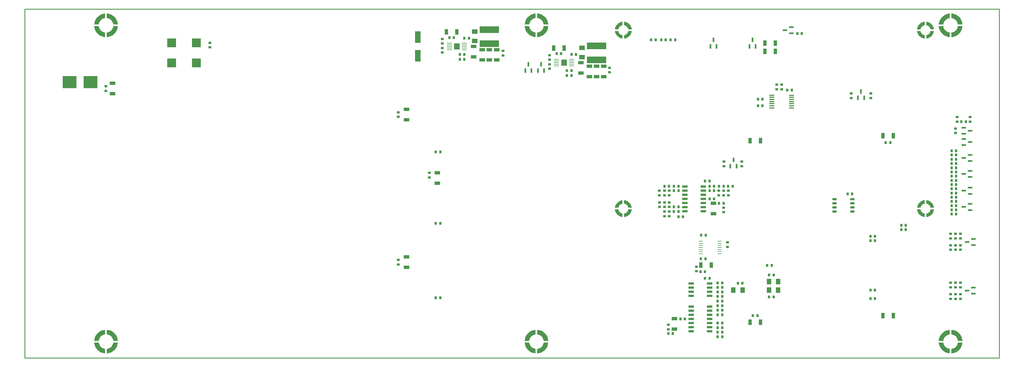
<source format=gtp>
G04 Layer_Color=10723209*
%FSLAX43Y43*%
%MOMM*%
G71*
G01*
G75*
%ADD10R,2.700X2.700*%
%ADD12R,6.000X2.000*%
%ADD13R,0.600X1.350*%
%ADD14O,1.450X0.650*%
%ADD15R,1.800X1.340*%
%ADD16R,0.800X0.900*%
%ADD18R,4.240X3.810*%
%ADD19R,1.800X3.550*%
G04:AMPARAMS|DCode=21|XSize=0.65mm|YSize=1.65mm|CornerRadius=0.049mm|HoleSize=0mm|Usage=FLASHONLY|Rotation=90.000|XOffset=0mm|YOffset=0mm|HoleType=Round|Shape=RoundedRectangle|*
%AMROUNDEDRECTD21*
21,1,0.650,1.552,0,0,90.0*
21,1,0.552,1.650,0,0,90.0*
1,1,0.098,0.776,0.276*
1,1,0.098,0.776,-0.276*
1,1,0.098,-0.776,-0.276*
1,1,0.098,-0.776,0.276*
%
%ADD21ROUNDEDRECTD21*%
%ADD22R,1.700X1.000*%
%ADD23R,0.900X0.800*%
G04:AMPARAMS|DCode=25|XSize=1.73mm|YSize=1.9mm|CornerRadius=0.052mm|HoleSize=0mm|Usage=FLASHONLY|Rotation=0.000|XOffset=0mm|YOffset=0mm|HoleType=Round|Shape=RoundedRectangle|*
%AMROUNDEDRECTD25*
21,1,1.730,1.796,0,0,0.0*
21,1,1.626,1.900,0,0,0.0*
1,1,0.104,0.813,-0.898*
1,1,0.104,-0.813,-0.898*
1,1,0.104,-0.813,0.898*
1,1,0.104,0.813,0.898*
%
%ADD25ROUNDEDRECTD25*%
%ADD26R,1.350X0.600*%
%ADD27R,1.340X1.800*%
%ADD28R,1.000X1.700*%
%ADD36C,0.254*%
%ADD74O,1.300X0.250*%
G04:AMPARAMS|DCode=75|XSize=0.35mm|YSize=1.5mm|CornerRadius=0mm|HoleSize=0mm|Usage=FLASHONLY|Rotation=90.000|XOffset=0mm|YOffset=0mm|HoleType=Round|Shape=RoundedRectangle|*
%AMROUNDEDRECTD75*
21,1,0.350,1.500,0,0,90.0*
21,1,0.350,1.500,0,0,90.0*
1,1,0.000,0.750,0.175*
1,1,0.000,0.750,-0.175*
1,1,0.000,-0.750,-0.175*
1,1,0.000,-0.750,0.175*
%
%ADD75ROUNDEDRECTD75*%
G04:AMPARAMS|DCode=76|XSize=0.2mm|YSize=1.45mm|CornerRadius=0mm|HoleSize=0mm|Usage=FLASHONLY|Rotation=90.000|XOffset=0mm|YOffset=0mm|HoleType=Round|Shape=RoundedRectangle|*
%AMROUNDEDRECTD76*
21,1,0.200,1.450,0,0,90.0*
21,1,0.200,1.450,0,0,90.0*
1,1,0.000,0.725,0.100*
1,1,0.000,0.725,-0.100*
1,1,0.000,-0.725,-0.100*
1,1,0.000,-0.725,0.100*
%
%ADD76ROUNDEDRECTD76*%
G36*
X186838Y45750D02*
X186816Y45527D01*
X186697Y45094D01*
X186506Y44688D01*
X186247Y44320D01*
X185930Y44003D01*
X185562Y43744D01*
X185156Y43553D01*
X184723Y43434D01*
X184500Y43412D01*
X184500D01*
Y44471D01*
X184500Y44470D01*
X184618Y44494D01*
X184848Y44570D01*
X185062Y44680D01*
X185257Y44822D01*
X185428Y44993D01*
X185570Y45188D01*
X185680Y45402D01*
X185756Y45632D01*
X185780Y45750D01*
Y45750D01*
Y45750D01*
X186838Y45750D01*
D02*
G37*
G36*
X279858D02*
X279836Y45527D01*
X279717Y45094D01*
X279526Y44688D01*
X279267Y44320D01*
X278950Y44003D01*
X278582Y43744D01*
X278176Y43553D01*
X277743Y43434D01*
X277520Y43412D01*
X277520D01*
Y44471D01*
X277520Y44470D01*
X277638Y44494D01*
X277868Y44570D01*
X278082Y44680D01*
X278277Y44822D01*
X278448Y44993D01*
X278590Y45188D01*
X278700Y45402D01*
X278776Y45632D01*
X278800Y45750D01*
Y45750D01*
Y45750D01*
X279858Y45750D01*
D02*
G37*
G36*
X275740Y45750D02*
X275764Y45632D01*
X275840Y45402D01*
X275950Y45188D01*
X276092Y44993D01*
X276263Y44822D01*
X276458Y44680D01*
X276672Y44570D01*
X276902Y44494D01*
X277020Y44470D01*
X277020Y44470D01*
X277020D01*
X277020Y43412D01*
X276797Y43434D01*
X276364Y43553D01*
X275957Y43744D01*
X275590Y44003D01*
X275273Y44320D01*
X275014Y44688D01*
X274823Y45094D01*
X274704Y45527D01*
X274682Y45750D01*
Y45750D01*
X275741D01*
X275740Y45750D01*
D02*
G37*
G36*
X157250Y8641D02*
Y7236D01*
X157250D01*
Y7236D01*
X157063Y7207D01*
X156699Y7103D01*
X156358Y6938D01*
X156049Y6719D01*
X155781Y6452D01*
X155562Y6143D01*
X155398Y5801D01*
X155293Y5437D01*
X155264Y5250D01*
Y5250D01*
X153859D01*
X153874Y5468D01*
X153955Y5897D01*
X154087Y6313D01*
X154268Y6710D01*
X154495Y7083D01*
X154765Y7427D01*
X155074Y7735D01*
X155417Y8005D01*
X155790Y8232D01*
X156187Y8413D01*
X156603Y8545D01*
X157032Y8626D01*
X157250Y8641D01*
D01*
X157250D01*
X157250D01*
D02*
G37*
G36*
X182720Y45750D02*
X182744Y45632D01*
X182820Y45402D01*
X182930Y45188D01*
X183072Y44993D01*
X183243Y44822D01*
X183438Y44680D01*
X183652Y44570D01*
X183882Y44494D01*
X184000Y44470D01*
X184000Y44470D01*
X184000D01*
X184000Y43412D01*
X183777Y43434D01*
X183344Y43553D01*
X182938Y43744D01*
X182570Y44003D01*
X182253Y44320D01*
X181994Y44688D01*
X181803Y45094D01*
X181684Y45527D01*
X181662Y45750D01*
Y45750D01*
X182721D01*
X182720Y45750D01*
D02*
G37*
G36*
X277020Y47529D02*
X277020Y47530D01*
X276902Y47506D01*
X276672Y47430D01*
X276458Y47320D01*
X276263Y47178D01*
X276092Y47007D01*
X275950Y46812D01*
X275840Y46598D01*
X275764Y46368D01*
X275740Y46250D01*
X275740D01*
Y46250D01*
X274682D01*
X274704Y46473D01*
X274823Y46906D01*
X275014Y47312D01*
X275273Y47680D01*
X275590Y47997D01*
X275957Y48256D01*
X276364Y48447D01*
X276797Y48566D01*
X277020Y48588D01*
Y48588D01*
X277020D01*
Y47529D01*
D02*
G37*
G36*
X182720Y100750D02*
X182744Y100632D01*
X182820Y100402D01*
X182930Y100188D01*
X183072Y99993D01*
X183243Y99822D01*
X183438Y99680D01*
X183652Y99570D01*
X183882Y99494D01*
X184000Y99470D01*
X184000Y99470D01*
X184000D01*
X184000Y98412D01*
X183777Y98434D01*
X183344Y98553D01*
X182938Y98744D01*
X182570Y99003D01*
X182253Y99320D01*
X181994Y99687D01*
X181803Y100094D01*
X181684Y100527D01*
X181662Y100750D01*
Y100750D01*
X182721D01*
X182720Y100750D01*
D02*
G37*
G36*
X184000Y47529D02*
X184000Y47530D01*
X183882Y47506D01*
X183652Y47430D01*
X183438Y47320D01*
X183243Y47178D01*
X183072Y47007D01*
X182930Y46812D01*
X182820Y46598D01*
X182744Y46368D01*
X182720Y46250D01*
X182720D01*
Y46250D01*
X181662D01*
X181684Y46473D01*
X181803Y46906D01*
X181994Y47312D01*
X182253Y47680D01*
X182570Y47997D01*
X182938Y48256D01*
X183344Y48447D01*
X183777Y48566D01*
X184000Y48588D01*
Y48588D01*
X184000D01*
Y47529D01*
D02*
G37*
G36*
X184723Y48566D02*
X185156Y48447D01*
X185562Y48256D01*
X185930Y47997D01*
X186247Y47680D01*
X186506Y47312D01*
X186697Y46906D01*
X186816Y46473D01*
X186838Y46250D01*
X186838Y46250D01*
Y46250D01*
X185779D01*
X185780Y46250D01*
X185756Y46368D01*
X185680Y46598D01*
X185570Y46812D01*
X185428Y47007D01*
X185257Y47178D01*
X185062Y47320D01*
X184848Y47430D01*
X184618Y47506D01*
X184500Y47530D01*
X184500D01*
Y48588D01*
X184723Y48566D01*
D02*
G37*
G36*
X277743D02*
X278176Y48447D01*
X278582Y48256D01*
X278950Y47997D01*
X279267Y47680D01*
X279526Y47312D01*
X279717Y46906D01*
X279836Y46473D01*
X279858Y46250D01*
X279858Y46250D01*
Y46250D01*
X278799D01*
X278800Y46250D01*
X278776Y46368D01*
X278700Y46598D01*
X278590Y46812D01*
X278448Y47007D01*
X278277Y47178D01*
X278082Y47320D01*
X277868Y47430D01*
X277638Y47506D01*
X277520Y47530D01*
X277520D01*
Y48588D01*
X277743Y48566D01*
D02*
G37*
G36*
X157968Y8626D02*
X158397Y8545D01*
X158813Y8413D01*
X159210Y8232D01*
X159583Y8005D01*
X159927Y7735D01*
X160235Y7426D01*
X160505Y7083D01*
X160732Y6710D01*
X160913Y6313D01*
X161045Y5897D01*
X161126Y5468D01*
X161141Y5250D01*
D01*
Y5250D01*
Y5250D01*
X159736D01*
Y5250D01*
X159736Y5250D01*
X159707Y5437D01*
X159603Y5801D01*
X159438Y6142D01*
X159219Y6451D01*
X158952Y6719D01*
X158643Y6938D01*
X158301Y7102D01*
X157937Y7207D01*
X157750Y7236D01*
X157750Y7236D01*
Y8641D01*
X157968Y8626D01*
D02*
G37*
G36*
X22793Y4563D02*
X22897Y4199D01*
X23062Y3858D01*
X23281Y3549D01*
X23548Y3281D01*
X23857Y3062D01*
X24199Y2898D01*
X24563Y2793D01*
X24750Y2764D01*
X24750D01*
Y1359D01*
X24750Y1359D01*
X24532Y1374D01*
X24103Y1455D01*
X23687Y1587D01*
X23290Y1768D01*
X22917Y1995D01*
X22573Y2265D01*
X22265Y2573D01*
X21995Y2917D01*
X21768Y3290D01*
X21587Y3687D01*
X21455Y4103D01*
X21374Y4532D01*
X21359Y4750D01*
X21359Y4750D01*
X22764D01*
Y4750D01*
X22793Y4563D01*
D02*
G37*
G36*
X282793D02*
X282897Y4199D01*
X283062Y3858D01*
X283281Y3549D01*
X283548Y3281D01*
X283857Y3062D01*
X284199Y2898D01*
X284563Y2793D01*
X284750Y2764D01*
X284750D01*
Y1359D01*
X284750Y1359D01*
X284532Y1374D01*
X284103Y1455D01*
X283687Y1587D01*
X283290Y1768D01*
X282917Y1995D01*
X282573Y2265D01*
X282265Y2573D01*
X281995Y2917D01*
X281768Y3290D01*
X281587Y3687D01*
X281455Y4103D01*
X281374Y4532D01*
X281359Y4750D01*
X281359Y4750D01*
X282764D01*
Y4750D01*
X282793Y4563D01*
D02*
G37*
G36*
X161141Y4750D02*
X161126Y4532D01*
X161045Y4103D01*
X160913Y3687D01*
X160732Y3290D01*
X160505Y2917D01*
X160235Y2573D01*
X159926Y2265D01*
X159583Y1995D01*
X159210Y1768D01*
X158813Y1587D01*
X158397Y1455D01*
X157968Y1374D01*
X157750Y1359D01*
X157750Y1359D01*
Y2764D01*
X157750D01*
X157937Y2793D01*
X158301Y2897D01*
X158642Y3062D01*
X158951Y3281D01*
X159219Y3548D01*
X159438Y3857D01*
X159602Y4199D01*
X159707Y4563D01*
X159736Y4750D01*
X159736Y4750D01*
X161141D01*
Y4750D01*
D02*
G37*
G36*
X28641Y4750D02*
X28626Y4532D01*
X28545Y4103D01*
X28413Y3687D01*
X28232Y3290D01*
X28005Y2917D01*
X27735Y2573D01*
X27427Y2265D01*
X27083Y1995D01*
X26710Y1768D01*
X26313Y1587D01*
X25897Y1455D01*
X25468Y1373D01*
X25250Y1359D01*
X25250Y1359D01*
Y2764D01*
X25250D01*
X25437Y2793D01*
X25801Y2897D01*
X26142Y3062D01*
X26451Y3281D01*
X26719Y3548D01*
X26938Y3857D01*
X27102Y4199D01*
X27207Y4563D01*
X27236Y4750D01*
X27236Y4750D01*
X28641D01*
Y4750D01*
D02*
G37*
G36*
X288641D02*
X288626Y4532D01*
X288545Y4103D01*
X288413Y3687D01*
X288232Y3290D01*
X288005Y2917D01*
X287735Y2573D01*
X287427Y2265D01*
X287083Y1995D01*
X286710Y1768D01*
X286313Y1587D01*
X285897Y1455D01*
X285468Y1373D01*
X285250Y1359D01*
X285250Y1359D01*
Y2764D01*
X285250D01*
X285437Y2793D01*
X285801Y2897D01*
X286142Y3062D01*
X286451Y3281D01*
X286719Y3548D01*
X286938Y3857D01*
X287102Y4199D01*
X287207Y4563D01*
X287236Y4750D01*
X287236Y4750D01*
X288641D01*
Y4750D01*
D02*
G37*
G36*
X24750Y8641D02*
Y7236D01*
X24750D01*
Y7236D01*
X24563Y7207D01*
X24199Y7102D01*
X23858Y6938D01*
X23549Y6719D01*
X23281Y6452D01*
X23062Y6143D01*
X22898Y5801D01*
X22793Y5437D01*
X22764Y5250D01*
Y5250D01*
X21359D01*
X21374Y5468D01*
X21455Y5897D01*
X21587Y6313D01*
X21768Y6710D01*
X21995Y7083D01*
X22265Y7427D01*
X22573Y7735D01*
X22917Y8005D01*
X23290Y8232D01*
X23687Y8413D01*
X24103Y8545D01*
X24532Y8626D01*
X24750Y8641D01*
D01*
X24750D01*
X24750D01*
D02*
G37*
G36*
X284750D02*
Y7236D01*
X284750D01*
Y7236D01*
X284563Y7207D01*
X284199Y7102D01*
X283858Y6938D01*
X283549Y6719D01*
X283281Y6452D01*
X283062Y6143D01*
X282898Y5801D01*
X282793Y5437D01*
X282764Y5250D01*
Y5250D01*
X281359D01*
X281374Y5468D01*
X281455Y5897D01*
X281587Y6313D01*
X281768Y6710D01*
X281995Y7083D01*
X282265Y7427D01*
X282573Y7735D01*
X282917Y8005D01*
X283290Y8232D01*
X283687Y8413D01*
X284103Y8545D01*
X284532Y8626D01*
X284750Y8641D01*
D01*
X284750D01*
X284750D01*
D02*
G37*
G36*
X285468Y8626D02*
X285897Y8545D01*
X286313Y8413D01*
X286710Y8232D01*
X287083Y8005D01*
X287427Y7735D01*
X287735Y7426D01*
X288005Y7083D01*
X288232Y6710D01*
X288413Y6313D01*
X288545Y5897D01*
X288626Y5468D01*
X288641Y5250D01*
D01*
Y5250D01*
Y5250D01*
X287236D01*
Y5250D01*
X287236Y5250D01*
X287207Y5437D01*
X287103Y5801D01*
X286938Y6142D01*
X286719Y6451D01*
X286452Y6719D01*
X286143Y6938D01*
X285801Y7102D01*
X285437Y7207D01*
X285250Y7236D01*
X285250Y7236D01*
Y8641D01*
X285468Y8626D01*
D02*
G37*
G36*
X155293Y4563D02*
X155397Y4199D01*
X155562Y3858D01*
X155781Y3549D01*
X156048Y3281D01*
X156357Y3062D01*
X156699Y2898D01*
X157063Y2793D01*
X157250Y2764D01*
X157250D01*
Y1359D01*
X157250Y1359D01*
X157032Y1374D01*
X156603Y1455D01*
X156187Y1587D01*
X155790Y1768D01*
X155417Y1995D01*
X155073Y2265D01*
X154765Y2573D01*
X154495Y2917D01*
X154268Y3290D01*
X154087Y3687D01*
X153955Y4103D01*
X153874Y4532D01*
X153859Y4750D01*
X153859Y4750D01*
X155264D01*
Y4750D01*
X155293Y4563D01*
D02*
G37*
G36*
X25468Y8626D02*
X25897Y8545D01*
X26313Y8413D01*
X26710Y8232D01*
X27083Y8005D01*
X27427Y7735D01*
X27735Y7426D01*
X28005Y7083D01*
X28232Y6710D01*
X28413Y6313D01*
X28545Y5897D01*
X28626Y5468D01*
X28641Y5250D01*
D01*
Y5250D01*
Y5250D01*
X27236D01*
Y5250D01*
X27236Y5250D01*
X27207Y5437D01*
X27103Y5801D01*
X26938Y6142D01*
X26719Y6451D01*
X26452Y6719D01*
X26143Y6938D01*
X25801Y7102D01*
X25437Y7207D01*
X25250Y7236D01*
X25250Y7236D01*
Y8641D01*
X25468Y8626D01*
D02*
G37*
G36*
X275720Y100750D02*
X275744Y100632D01*
X275820Y100402D01*
X275930Y100188D01*
X276072Y99993D01*
X276243Y99822D01*
X276438Y99680D01*
X276652Y99570D01*
X276882Y99494D01*
X277000Y99470D01*
X277000Y99470D01*
X277000D01*
X277000Y98412D01*
X276777Y98434D01*
X276344Y98553D01*
X275938Y98744D01*
X275570Y99003D01*
X275253Y99320D01*
X274994Y99687D01*
X274803Y100094D01*
X274684Y100527D01*
X274662Y100750D01*
Y100750D01*
X275721D01*
X275720Y100750D01*
D02*
G37*
G36*
X285468Y106126D02*
X285897Y106045D01*
X286313Y105913D01*
X286710Y105732D01*
X287083Y105505D01*
X287427Y105235D01*
X287735Y104926D01*
X288005Y104583D01*
X288232Y104210D01*
X288413Y103813D01*
X288545Y103397D01*
X288626Y102968D01*
X288641Y102750D01*
D01*
Y102750D01*
Y102750D01*
X287236D01*
Y102750D01*
X287236Y102750D01*
X287207Y102937D01*
X287103Y103301D01*
X286938Y103642D01*
X286719Y103951D01*
X286452Y104219D01*
X286143Y104438D01*
X285801Y104602D01*
X285437Y104707D01*
X285250Y104736D01*
X285250Y104736D01*
Y106141D01*
X285468Y106126D01*
D02*
G37*
G36*
X24750Y104736D02*
X24750D01*
Y104736D01*
X24563Y104707D01*
X24199Y104603D01*
X23858Y104438D01*
X23549Y104219D01*
X23281Y103952D01*
X23062Y103643D01*
X22898Y103301D01*
X22793Y102937D01*
X22764Y102750D01*
Y102750D01*
X21359D01*
X21374Y102968D01*
X21455Y103397D01*
X21587Y103813D01*
X21768Y104210D01*
X21995Y104583D01*
X22265Y104927D01*
X22573Y105235D01*
X22917Y105505D01*
X23290Y105732D01*
X23687Y105913D01*
X24103Y106045D01*
X24532Y106126D01*
X24750Y106141D01*
Y104736D01*
D02*
G37*
G36*
X157968Y106126D02*
X158397Y106045D01*
X158813Y105913D01*
X159210Y105732D01*
X159583Y105505D01*
X159927Y105235D01*
X160235Y104926D01*
X160505Y104583D01*
X160732Y104210D01*
X160913Y103813D01*
X161045Y103397D01*
X161126Y102968D01*
X161141Y102750D01*
D01*
Y102750D01*
Y102750D01*
X159736D01*
Y102750D01*
X159736Y102750D01*
X159707Y102937D01*
X159603Y103301D01*
X159438Y103642D01*
X159219Y103951D01*
X158952Y104219D01*
X158643Y104438D01*
X158301Y104602D01*
X157937Y104707D01*
X157750Y104736D01*
X157750Y104736D01*
Y106141D01*
X157968Y106126D01*
D02*
G37*
G36*
X277000Y102529D02*
X277000Y102530D01*
X276882Y102506D01*
X276652Y102430D01*
X276438Y102320D01*
X276243Y102178D01*
X276072Y102007D01*
X275930Y101812D01*
X275820Y101598D01*
X275744Y101368D01*
X275720Y101250D01*
X275720D01*
Y101250D01*
X274662D01*
X274684Y101473D01*
X274803Y101906D01*
X274994Y102312D01*
X275253Y102680D01*
X275570Y102997D01*
X275938Y103256D01*
X276344Y103447D01*
X276777Y103566D01*
X277000Y103588D01*
Y103588D01*
X277000D01*
Y102529D01*
D02*
G37*
G36*
X25468Y106126D02*
X25897Y106045D01*
X26313Y105913D01*
X26710Y105732D01*
X27083Y105505D01*
X27427Y105235D01*
X27735Y104926D01*
X28005Y104583D01*
X28232Y104210D01*
X28413Y103813D01*
X28545Y103397D01*
X28626Y102968D01*
X28641Y102750D01*
D01*
Y102750D01*
Y102750D01*
X27236D01*
Y102750D01*
X27236Y102750D01*
X27207Y102937D01*
X27103Y103301D01*
X26938Y103642D01*
X26719Y103951D01*
X26452Y104219D01*
X26143Y104438D01*
X25801Y104602D01*
X25437Y104707D01*
X25250Y104736D01*
X25250Y104736D01*
Y106141D01*
X25468Y106126D01*
D02*
G37*
G36*
X157250Y106141D02*
D01*
X157250D01*
X157250D01*
D02*
G37*
G36*
X284750D02*
D01*
X284750D01*
X284750D01*
D02*
G37*
G36*
X24750D02*
D01*
X24750D01*
X24750D01*
D02*
G37*
G36*
X157250Y104736D02*
X157250D01*
Y104736D01*
X157063Y104707D01*
X156699Y104603D01*
X156358Y104438D01*
X156049Y104219D01*
X155781Y103952D01*
X155562Y103643D01*
X155398Y103301D01*
X155293Y102937D01*
X155264Y102750D01*
Y102750D01*
X153859D01*
X153874Y102968D01*
X153955Y103397D01*
X154087Y103813D01*
X154268Y104210D01*
X154495Y104583D01*
X154765Y104927D01*
X155074Y105235D01*
X155417Y105505D01*
X155790Y105732D01*
X156187Y105913D01*
X156603Y106045D01*
X157032Y106126D01*
X157250Y106141D01*
Y104736D01*
D02*
G37*
G36*
X284750D02*
X284750D01*
Y104736D01*
X284563Y104707D01*
X284199Y104603D01*
X283858Y104438D01*
X283549Y104219D01*
X283281Y103952D01*
X283062Y103643D01*
X282898Y103301D01*
X282793Y102937D01*
X282764Y102750D01*
Y102750D01*
X281359D01*
X281374Y102968D01*
X281455Y103397D01*
X281587Y103813D01*
X281768Y104210D01*
X281995Y104583D01*
X282265Y104927D01*
X282573Y105235D01*
X282917Y105505D01*
X283290Y105732D01*
X283687Y105913D01*
X284103Y106045D01*
X284532Y106126D01*
X284750Y106141D01*
Y104736D01*
D02*
G37*
G36*
X184000Y102529D02*
X184000Y102530D01*
X183882Y102506D01*
X183652Y102430D01*
X183438Y102320D01*
X183243Y102178D01*
X183072Y102007D01*
X182930Y101812D01*
X182820Y101598D01*
X182744Y101368D01*
X182720Y101250D01*
X182720D01*
Y101250D01*
X181662D01*
X181684Y101473D01*
X181803Y101906D01*
X181994Y102312D01*
X182253Y102680D01*
X182570Y102997D01*
X182938Y103256D01*
X183344Y103447D01*
X183777Y103566D01*
X184000Y103588D01*
Y103588D01*
X184000D01*
Y102529D01*
D02*
G37*
G36*
X186838Y100750D02*
X186816Y100527D01*
X186697Y100094D01*
X186506Y99688D01*
X186247Y99320D01*
X185930Y99003D01*
X185562Y98744D01*
X185156Y98553D01*
X184723Y98434D01*
X184500Y98412D01*
X184500D01*
Y99471D01*
X184500Y99470D01*
X184618Y99494D01*
X184848Y99570D01*
X185062Y99680D01*
X185257Y99822D01*
X185428Y99993D01*
X185570Y100188D01*
X185680Y100402D01*
X185756Y100632D01*
X185780Y100750D01*
Y100750D01*
Y100750D01*
X186838Y100750D01*
D02*
G37*
G36*
X279838D02*
X279816Y100527D01*
X279697Y100094D01*
X279506Y99688D01*
X279247Y99320D01*
X278930Y99003D01*
X278562Y98744D01*
X278156Y98553D01*
X277723Y98434D01*
X277500Y98412D01*
X277500D01*
Y99471D01*
X277500Y99470D01*
X277618Y99494D01*
X277848Y99570D01*
X278062Y99680D01*
X278257Y99822D01*
X278428Y99993D01*
X278570Y100188D01*
X278680Y100402D01*
X278756Y100632D01*
X278780Y100750D01*
Y100750D01*
Y100750D01*
X279838Y100750D01*
D02*
G37*
G36*
X288641Y102250D02*
X288626Y102032D01*
X288545Y101603D01*
X288413Y101187D01*
X288232Y100790D01*
X288005Y100417D01*
X287735Y100073D01*
X287427Y99765D01*
X287083Y99495D01*
X286710Y99268D01*
X286313Y99087D01*
X285897Y98955D01*
X285468Y98874D01*
X285250Y98859D01*
X285250Y98859D01*
Y100264D01*
X285250D01*
X285437Y100293D01*
X285801Y100397D01*
X286142Y100562D01*
X286451Y100781D01*
X286719Y101048D01*
X286938Y101357D01*
X287102Y101699D01*
X287207Y102063D01*
X287236Y102250D01*
X287236Y102250D01*
X288641D01*
Y102250D01*
D02*
G37*
G36*
X28641D02*
X28626Y102032D01*
X28545Y101603D01*
X28413Y101187D01*
X28232Y100790D01*
X28005Y100417D01*
X27735Y100073D01*
X27427Y99765D01*
X27083Y99495D01*
X26710Y99268D01*
X26313Y99087D01*
X25897Y98955D01*
X25468Y98874D01*
X25250Y98859D01*
X25250Y98859D01*
Y100264D01*
X25250D01*
X25437Y100293D01*
X25801Y100397D01*
X26142Y100562D01*
X26451Y100781D01*
X26719Y101048D01*
X26938Y101357D01*
X27102Y101699D01*
X27207Y102063D01*
X27236Y102250D01*
X27236Y102250D01*
X28641D01*
Y102250D01*
D02*
G37*
G36*
X161141D02*
X161126Y102032D01*
X161045Y101603D01*
X160913Y101187D01*
X160732Y100790D01*
X160505Y100417D01*
X160235Y100073D01*
X159926Y99765D01*
X159583Y99495D01*
X159210Y99268D01*
X158813Y99087D01*
X158397Y98955D01*
X157968Y98874D01*
X157750Y98859D01*
X157750Y98859D01*
Y100264D01*
X157750D01*
X157937Y100293D01*
X158301Y100397D01*
X158642Y100562D01*
X158951Y100781D01*
X159219Y101048D01*
X159438Y101357D01*
X159602Y101699D01*
X159707Y102063D01*
X159736Y102250D01*
X159736Y102250D01*
X161141D01*
Y102250D01*
D02*
G37*
G36*
X155293Y102063D02*
X155397Y101699D01*
X155562Y101358D01*
X155781Y101049D01*
X156048Y100781D01*
X156357Y100562D01*
X156699Y100398D01*
X157063Y100293D01*
X157250Y100264D01*
X157250D01*
Y98859D01*
X157250Y98859D01*
X157032Y98874D01*
X156603Y98955D01*
X156187Y99087D01*
X155790Y99268D01*
X155417Y99495D01*
X155073Y99765D01*
X154765Y100074D01*
X154495Y100417D01*
X154268Y100790D01*
X154087Y101187D01*
X153955Y101603D01*
X153874Y102032D01*
X153859Y102250D01*
X153859Y102250D01*
X155264D01*
Y102250D01*
X155293Y102063D01*
D02*
G37*
G36*
X282793D02*
X282897Y101699D01*
X283062Y101358D01*
X283281Y101049D01*
X283548Y100781D01*
X283857Y100562D01*
X284199Y100398D01*
X284563Y100293D01*
X284750Y100264D01*
X284750D01*
Y98859D01*
X284750Y98859D01*
X284532Y98874D01*
X284103Y98955D01*
X283687Y99087D01*
X283290Y99268D01*
X282917Y99495D01*
X282573Y99765D01*
X282265Y100074D01*
X281995Y100417D01*
X281768Y100790D01*
X281587Y101187D01*
X281455Y101603D01*
X281374Y102032D01*
X281359Y102250D01*
X281359Y102250D01*
X282764D01*
Y102250D01*
X282793Y102063D01*
D02*
G37*
G36*
X22793D02*
X22897Y101699D01*
X23062Y101358D01*
X23281Y101049D01*
X23548Y100781D01*
X23857Y100562D01*
X24199Y100398D01*
X24563Y100293D01*
X24750Y100264D01*
X24750D01*
Y98859D01*
X24750Y98859D01*
X24532Y98874D01*
X24103Y98955D01*
X23687Y99087D01*
X23290Y99268D01*
X22917Y99495D01*
X22573Y99765D01*
X22265Y100074D01*
X21995Y100417D01*
X21768Y100790D01*
X21587Y101187D01*
X21455Y101603D01*
X21374Y102032D01*
X21359Y102250D01*
X21359Y102250D01*
X22764D01*
Y102250D01*
X22793Y102063D01*
D02*
G37*
G36*
X184723Y103566D02*
X185156Y103447D01*
X185562Y103256D01*
X185930Y102997D01*
X186247Y102680D01*
X186506Y102312D01*
X186697Y101906D01*
X186816Y101473D01*
X186838Y101250D01*
X186838Y101250D01*
Y101250D01*
X185779D01*
X185780Y101250D01*
X185756Y101368D01*
X185680Y101598D01*
X185570Y101812D01*
X185428Y102007D01*
X185257Y102178D01*
X185062Y102320D01*
X184848Y102430D01*
X184618Y102506D01*
X184500Y102530D01*
X184500D01*
Y103588D01*
X184723Y103566D01*
D02*
G37*
G36*
X277723D02*
X278156Y103447D01*
X278562Y103256D01*
X278930Y102997D01*
X279247Y102680D01*
X279506Y102312D01*
X279697Y101906D01*
X279816Y101473D01*
X279838Y101250D01*
X279838Y101250D01*
Y101250D01*
X278779D01*
X278780Y101250D01*
X278756Y101368D01*
X278680Y101598D01*
X278570Y101812D01*
X278428Y102007D01*
X278257Y102178D01*
X278062Y102320D01*
X277848Y102430D01*
X277618Y102506D01*
X277500Y102530D01*
X277500D01*
Y103588D01*
X277723Y103566D01*
D02*
G37*
D10*
X45190Y97110D02*
D03*
X52810D02*
D03*
Y90890D02*
D03*
X45190D02*
D03*
D12*
X176000Y96150D02*
D03*
Y91850D02*
D03*
X143000Y101150D02*
D03*
Y96850D02*
D03*
D13*
X157950Y88525D02*
D03*
X159850D02*
D03*
X158900Y90475D02*
D03*
X218130Y61045D02*
D03*
X219080Y59095D02*
D03*
X217180D02*
D03*
X224000Y97975D02*
D03*
X224950Y96025D02*
D03*
X223050D02*
D03*
X212000Y97975D02*
D03*
X212950Y96025D02*
D03*
X211050D02*
D03*
X257400Y82075D02*
D03*
X258350Y80125D02*
D03*
X256450D02*
D03*
X154050Y88525D02*
D03*
X155950D02*
D03*
X155000Y90475D02*
D03*
D14*
X249275Y48905D02*
D03*
Y47635D02*
D03*
Y46365D02*
D03*
Y45095D02*
D03*
X254725Y48905D02*
D03*
Y47635D02*
D03*
Y46365D02*
D03*
Y45095D02*
D03*
D15*
X171500Y95530D02*
D03*
Y92670D02*
D03*
X138500Y97670D02*
D03*
Y100530D02*
D03*
D16*
X260300Y18300D02*
D03*
X261700D02*
D03*
X289700Y72800D02*
D03*
X288300D02*
D03*
X260300Y36100D02*
D03*
X261700D02*
D03*
X271200Y39500D02*
D03*
X269800D02*
D03*
X261700Y37500D02*
D03*
X260300D02*
D03*
X269800Y40900D02*
D03*
X271200D02*
D03*
X227100Y77700D02*
D03*
X225700D02*
D03*
X227100Y79700D02*
D03*
X225700D02*
D03*
X239200Y100000D02*
D03*
X237800D02*
D03*
X210800Y54500D02*
D03*
X209400D02*
D03*
X201200Y43500D02*
D03*
X202600D02*
D03*
X209400Y24500D02*
D03*
X210800D02*
D03*
X198800Y98000D02*
D03*
X200200D02*
D03*
X197300D02*
D03*
X195900D02*
D03*
X286700Y52100D02*
D03*
X285300D02*
D03*
X286700Y50800D02*
D03*
X285300D02*
D03*
X286700Y46900D02*
D03*
X285300D02*
D03*
X286700Y45600D02*
D03*
X285300D02*
D03*
X133900Y93500D02*
D03*
X135300D02*
D03*
Y92000D02*
D03*
X133900D02*
D03*
X166900Y88500D02*
D03*
X168300D02*
D03*
Y87000D02*
D03*
X166900D02*
D03*
X127900Y63500D02*
D03*
X126500D02*
D03*
X212200Y51500D02*
D03*
X210800D02*
D03*
Y52900D02*
D03*
X212200D02*
D03*
X217900D02*
D03*
X216500D02*
D03*
X127900Y41500D02*
D03*
X126500D02*
D03*
X199800Y51500D02*
D03*
X201200D02*
D03*
Y52900D02*
D03*
X199800D02*
D03*
X127900Y18500D02*
D03*
X126500D02*
D03*
X199800Y46500D02*
D03*
X201200D02*
D03*
Y45100D02*
D03*
X199800D02*
D03*
X214700Y9300D02*
D03*
X213300D02*
D03*
X213300Y6500D02*
D03*
X214700D02*
D03*
X214700Y20300D02*
D03*
X213300D02*
D03*
Y23100D02*
D03*
X214700D02*
D03*
X214700Y14700D02*
D03*
X213300D02*
D03*
Y17500D02*
D03*
X214700D02*
D03*
X213700Y47600D02*
D03*
X215100D02*
D03*
X199500Y7500D02*
D03*
X198100D02*
D03*
X234700Y82500D02*
D03*
X236100D02*
D03*
X194200Y98000D02*
D03*
X192800D02*
D03*
X130700Y98700D02*
D03*
X132100D02*
D03*
X136700Y98500D02*
D03*
X135300D02*
D03*
X165100Y93800D02*
D03*
X163700D02*
D03*
X169700Y93500D02*
D03*
X168300D02*
D03*
X253300Y50500D02*
D03*
X254700D02*
D03*
X266430Y66370D02*
D03*
X265030D02*
D03*
X224130Y12970D02*
D03*
X225530D02*
D03*
X212200Y49000D02*
D03*
X210800D02*
D03*
X209500Y30500D02*
D03*
X208100D02*
D03*
X209400Y26600D02*
D03*
X208000D02*
D03*
X213700Y52900D02*
D03*
X215100D02*
D03*
X198300D02*
D03*
X196900D02*
D03*
X209600Y37800D02*
D03*
X208200D02*
D03*
X201800Y12000D02*
D03*
X203200D02*
D03*
X214700Y10700D02*
D03*
X213300D02*
D03*
Y7900D02*
D03*
X214700D02*
D03*
X214700Y18900D02*
D03*
X213300D02*
D03*
Y21700D02*
D03*
X214700D02*
D03*
X214700Y13300D02*
D03*
X213300D02*
D03*
Y16100D02*
D03*
X214700D02*
D03*
X285300Y56000D02*
D03*
X286700D02*
D03*
X285300Y57300D02*
D03*
X286700D02*
D03*
X285300Y61200D02*
D03*
X286700D02*
D03*
X285300Y62500D02*
D03*
X286700D02*
D03*
Y63800D02*
D03*
X285300D02*
D03*
X286700Y59900D02*
D03*
X285300D02*
D03*
X286700Y58600D02*
D03*
X285300D02*
D03*
X286700Y54700D02*
D03*
X285300D02*
D03*
X286700Y53400D02*
D03*
X285300D02*
D03*
X286700Y49500D02*
D03*
X285300D02*
D03*
X286700Y48200D02*
D03*
X285300D02*
D03*
X286700Y44300D02*
D03*
X285300D02*
D03*
X229100Y18800D02*
D03*
X230500D02*
D03*
X220900Y23000D02*
D03*
X219500D02*
D03*
X229100Y25500D02*
D03*
X230500D02*
D03*
X260300Y20900D02*
D03*
X261700D02*
D03*
X229900Y28500D02*
D03*
X228500D02*
D03*
D18*
X13815Y85000D02*
D03*
X20185D02*
D03*
D19*
X121000Y98875D02*
D03*
Y93125D02*
D03*
D21*
X205175Y15810D02*
D03*
Y14540D02*
D03*
Y13270D02*
D03*
Y12000D02*
D03*
Y10730D02*
D03*
Y9460D02*
D03*
Y8190D02*
D03*
X210825Y15810D02*
D03*
Y14540D02*
D03*
Y13270D02*
D03*
Y12000D02*
D03*
Y10730D02*
D03*
Y9460D02*
D03*
Y8190D02*
D03*
X205175Y22905D02*
D03*
Y21635D02*
D03*
Y20365D02*
D03*
Y19095D02*
D03*
X210825Y22905D02*
D03*
Y21635D02*
D03*
Y20365D02*
D03*
Y19095D02*
D03*
X208825Y45190D02*
D03*
Y46460D02*
D03*
Y47730D02*
D03*
Y49000D02*
D03*
Y50270D02*
D03*
Y51540D02*
D03*
Y52810D02*
D03*
X203175Y45190D02*
D03*
Y46460D02*
D03*
Y47730D02*
D03*
Y49000D02*
D03*
Y50270D02*
D03*
Y51540D02*
D03*
Y52810D02*
D03*
D22*
X200000Y8900D02*
D03*
Y12100D02*
D03*
X171200Y91000D02*
D03*
Y87800D02*
D03*
X145300Y95000D02*
D03*
Y91800D02*
D03*
X138200Y96000D02*
D03*
Y92800D02*
D03*
X143000Y95000D02*
D03*
Y91800D02*
D03*
X140800Y95000D02*
D03*
Y91800D02*
D03*
X178200Y89900D02*
D03*
Y86700D02*
D03*
X176000Y89900D02*
D03*
Y86700D02*
D03*
X173800Y89900D02*
D03*
Y86700D02*
D03*
X27000Y84600D02*
D03*
Y81400D02*
D03*
X212000Y47600D02*
D03*
Y44400D02*
D03*
X117500Y73400D02*
D03*
Y76600D02*
D03*
X127000Y57000D02*
D03*
Y53800D02*
D03*
X117500Y27900D02*
D03*
Y31100D02*
D03*
D23*
X287000Y72800D02*
D03*
Y74200D02*
D03*
X233000Y82800D02*
D03*
Y84200D02*
D03*
X231500Y82800D02*
D03*
Y84200D02*
D03*
X285000Y18200D02*
D03*
Y19600D02*
D03*
Y21740D02*
D03*
Y23140D02*
D03*
X286500Y19600D02*
D03*
Y18200D02*
D03*
Y21740D02*
D03*
Y23140D02*
D03*
X288000Y18200D02*
D03*
Y19600D02*
D03*
Y23140D02*
D03*
Y21740D02*
D03*
Y33300D02*
D03*
Y34700D02*
D03*
Y38200D02*
D03*
Y36800D02*
D03*
X216600Y50100D02*
D03*
Y51500D02*
D03*
X195400Y47900D02*
D03*
Y46500D02*
D03*
X254400Y81500D02*
D03*
Y80100D02*
D03*
X260400Y81500D02*
D03*
Y80100D02*
D03*
X128500Y98300D02*
D03*
Y96900D02*
D03*
X161500Y93300D02*
D03*
Y91900D02*
D03*
X215100Y51500D02*
D03*
Y50100D02*
D03*
X196900Y51500D02*
D03*
Y50100D02*
D03*
X195300D02*
D03*
Y51500D02*
D03*
X196900Y46500D02*
D03*
Y47900D02*
D03*
Y43700D02*
D03*
Y45100D02*
D03*
X206700Y28100D02*
D03*
Y26700D02*
D03*
X128500Y95500D02*
D03*
Y94100D02*
D03*
X147200Y94600D02*
D03*
Y93200D02*
D03*
X161500Y89100D02*
D03*
Y90500D02*
D03*
X180000Y88000D02*
D03*
Y89400D02*
D03*
X57000Y95700D02*
D03*
Y97100D02*
D03*
X25000Y82300D02*
D03*
Y83700D02*
D03*
X220730Y60470D02*
D03*
Y59070D02*
D03*
X215230Y60470D02*
D03*
Y59070D02*
D03*
X215100Y44900D02*
D03*
Y46300D02*
D03*
X115000Y75700D02*
D03*
Y74300D02*
D03*
X213600Y51500D02*
D03*
Y50100D02*
D03*
X124500Y55600D02*
D03*
Y57000D02*
D03*
X198400Y51500D02*
D03*
Y50100D02*
D03*
X115000Y30200D02*
D03*
Y28800D02*
D03*
X198400Y46500D02*
D03*
Y47900D02*
D03*
Y43700D02*
D03*
Y45100D02*
D03*
X198100Y10200D02*
D03*
Y8800D02*
D03*
X291000Y72800D02*
D03*
Y74200D02*
D03*
X286500Y38200D02*
D03*
Y36800D02*
D03*
Y33300D02*
D03*
Y34700D02*
D03*
X285000Y38200D02*
D03*
Y36800D02*
D03*
Y34700D02*
D03*
Y33300D02*
D03*
X286500Y70700D02*
D03*
Y69300D02*
D03*
X216300Y35600D02*
D03*
Y34200D02*
D03*
D25*
X166000Y91000D02*
D03*
X133000Y96000D02*
D03*
D26*
X234025Y101000D02*
D03*
X235975Y101950D02*
D03*
Y100050D02*
D03*
X290025Y20700D02*
D03*
X291975Y21650D02*
D03*
Y19750D02*
D03*
X289025Y61600D02*
D03*
X290975Y62550D02*
D03*
Y60650D02*
D03*
X289025Y56700D02*
D03*
X290975Y57650D02*
D03*
Y55750D02*
D03*
X289025Y51500D02*
D03*
X290975Y52450D02*
D03*
Y50550D02*
D03*
X289025Y46500D02*
D03*
X290975Y47450D02*
D03*
Y45550D02*
D03*
X291975Y34750D02*
D03*
Y36650D02*
D03*
X290025Y35700D02*
D03*
X289025Y70950D02*
D03*
Y69050D02*
D03*
X290975Y70000D02*
D03*
X289025Y67450D02*
D03*
Y65550D02*
D03*
X290975Y66500D02*
D03*
D27*
X229070Y23500D02*
D03*
X231930D02*
D03*
X218070Y20900D02*
D03*
X220930D02*
D03*
X229070D02*
D03*
X231930D02*
D03*
D28*
X231000Y97000D02*
D03*
X227800D02*
D03*
X231000Y94500D02*
D03*
X227800D02*
D03*
X129800Y100500D02*
D03*
X133000D02*
D03*
X162800Y95500D02*
D03*
X166000D02*
D03*
X223230Y66970D02*
D03*
X226430D02*
D03*
X267330Y12970D02*
D03*
X264130D02*
D03*
Y68470D02*
D03*
X267330D02*
D03*
X226430Y10970D02*
D03*
X223230D02*
D03*
X208100Y28600D02*
D03*
X211300D02*
D03*
D36*
X0Y0D02*
X300000D01*
Y107500D01*
X0D02*
X300000D01*
X0Y0D02*
Y107500D01*
D74*
X208125Y35950D02*
D03*
Y35300D02*
D03*
Y34650D02*
D03*
Y34000D02*
D03*
Y33350D02*
D03*
Y32700D02*
D03*
Y32050D02*
D03*
X213875Y35950D02*
D03*
Y35300D02*
D03*
Y34650D02*
D03*
Y34000D02*
D03*
Y33350D02*
D03*
Y32700D02*
D03*
Y32050D02*
D03*
D75*
X236050Y77050D02*
D03*
Y77700D02*
D03*
Y78350D02*
D03*
Y79000D02*
D03*
Y79650D02*
D03*
Y80300D02*
D03*
Y80950D02*
D03*
X229950Y77050D02*
D03*
Y77700D02*
D03*
Y78350D02*
D03*
Y79000D02*
D03*
Y79650D02*
D03*
Y80300D02*
D03*
Y80950D02*
D03*
D76*
X168325Y92000D02*
D03*
X163675D02*
D03*
Y91500D02*
D03*
Y91000D02*
D03*
Y90500D02*
D03*
Y90000D02*
D03*
X168325Y91500D02*
D03*
Y91000D02*
D03*
Y90500D02*
D03*
Y90000D02*
D03*
X135325Y95000D02*
D03*
Y95500D02*
D03*
Y96000D02*
D03*
Y96500D02*
D03*
X130675Y95000D02*
D03*
Y95500D02*
D03*
Y96000D02*
D03*
Y96500D02*
D03*
Y97000D02*
D03*
X135325D02*
D03*
M02*

</source>
